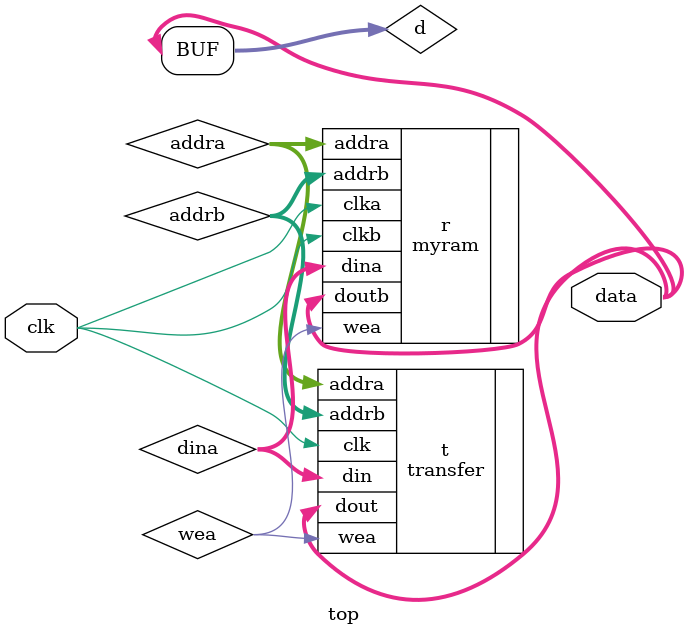
<source format=v>
`timescale 1ns / 1ps
module top(
input clk,
output [31:0] data
);
wire wea;
wire [5:0] addra;
wire [31:0] dina;
wire [5:0] addrb;
wire [31:0] d;
assign d = data;
myram r(
.clka (clk),
.wea (wea),
.addra (addra),
.dina (dina),
.clkb (clk),
.addrb (addrb),
.doutb (data)
);

transfer t(
.clk (clk),
.wea (wea),
.addra (addra),
.din (dina),
.addrb (addrb),
.dout (d)
);
endmodule

</source>
